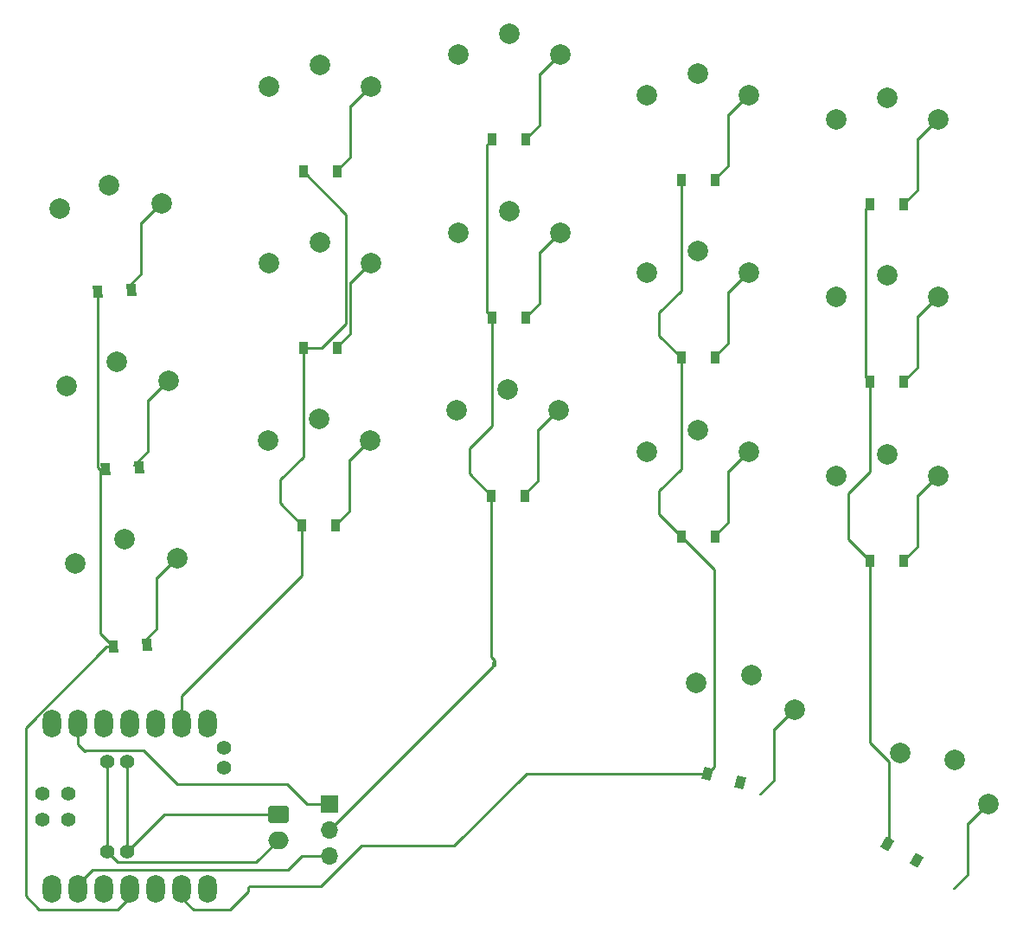
<source format=gbr>
%TF.GenerationSoftware,KiCad,Pcbnew,(6.0.7-1)-1*%
%TF.CreationDate,2022-11-03T20:53:44+08:00*%
%TF.ProjectId,kiai,6b696169-2e6b-4696-9361-645f70636258,rev?*%
%TF.SameCoordinates,Original*%
%TF.FileFunction,Copper,L1,Top*%
%TF.FilePolarity,Positive*%
%FSLAX46Y46*%
G04 Gerber Fmt 4.6, Leading zero omitted, Abs format (unit mm)*
G04 Created by KiCad (PCBNEW (6.0.7-1)-1) date 2022-11-03 20:53:44*
%MOMM*%
%LPD*%
G01*
G04 APERTURE LIST*
G04 Aperture macros list*
%AMRoundRect*
0 Rectangle with rounded corners*
0 $1 Rounding radius*
0 $2 $3 $4 $5 $6 $7 $8 $9 X,Y pos of 4 corners*
0 Add a 4 corners polygon primitive as box body*
4,1,4,$2,$3,$4,$5,$6,$7,$8,$9,$2,$3,0*
0 Add four circle primitives for the rounded corners*
1,1,$1+$1,$2,$3*
1,1,$1+$1,$4,$5*
1,1,$1+$1,$6,$7*
1,1,$1+$1,$8,$9*
0 Add four rect primitives between the rounded corners*
20,1,$1+$1,$2,$3,$4,$5,0*
20,1,$1+$1,$4,$5,$6,$7,0*
20,1,$1+$1,$6,$7,$8,$9,0*
20,1,$1+$1,$8,$9,$2,$3,0*%
%AMRotRect*
0 Rectangle, with rotation*
0 The origin of the aperture is its center*
0 $1 length*
0 $2 width*
0 $3 Rotation angle, in degrees counterclockwise*
0 Add horizontal line*
21,1,$1,$2,0,0,$3*%
%AMFreePoly0*
4,1,50,0.004851,0.125700,0.009301,0.126658,0.029410,0.119120,0.057435,0.111610,0.063500,0.109985,0.069329,0.104156,0.076254,0.101560,0.089017,0.084468,0.109985,0.063500,0.112957,0.052407,0.119035,0.044268,0.120434,0.024505,0.127000,0.000000,0.123179,-0.014260,0.124085,-0.027055,0.115579,-0.042624,0.109985,-0.063500,0.097173,-0.076312,0.089802,-0.089803,-1.873000,-2.052606,
-1.873000,-6.950000,-1.876246,-6.972385,-1.875915,-6.977055,-1.877287,-6.979566,-1.878230,-6.986070,-1.895197,-7.012347,-1.910198,-7.039803,-3.260197,-8.389803,-3.289401,-8.411610,-3.359301,-8.426658,-3.426254,-8.401560,-3.469035,-8.344268,-3.474085,-8.272945,-3.439803,-8.210197,-2.127000,-6.897395,-2.127000,-2.000000,-2.123754,-1.977615,-2.124085,-1.972945,-2.122713,-1.970434,-2.121770,-1.963930,
-2.104806,-1.937658,-2.089803,-1.910197,-0.089803,0.089802,-0.065637,0.107848,-0.063500,0.109985,-0.062369,0.110288,-0.060599,0.111610,-0.044515,0.115072,0.000000,0.127000,0.004851,0.125700,0.004851,0.125700,$1*%
G04 Aperture macros list end*
%TA.AperFunction,ComponentPad*%
%ADD10R,1.700000X1.700000*%
%TD*%
%TA.AperFunction,ComponentPad*%
%ADD11O,1.700000X1.700000*%
%TD*%
%TA.AperFunction,ComponentPad*%
%ADD12C,2.000000*%
%TD*%
%TA.AperFunction,ComponentPad*%
%ADD13R,0.900000X1.200000*%
%TD*%
%TA.AperFunction,SMDPad,CuDef*%
%ADD14FreePoly0,0.000000*%
%TD*%
%TA.AperFunction,ComponentPad*%
%ADD15O,1.800000X2.750000*%
%TD*%
%TA.AperFunction,ComponentPad*%
%ADD16C,1.397000*%
%TD*%
%TA.AperFunction,ComponentPad*%
%ADD17RotRect,0.900000X1.200000X3.000000*%
%TD*%
%TA.AperFunction,SMDPad,CuDef*%
%ADD18FreePoly0,3.000000*%
%TD*%
%TA.AperFunction,ComponentPad*%
%ADD19RotRect,0.900000X1.200000X345.000000*%
%TD*%
%TA.AperFunction,SMDPad,CuDef*%
%ADD20FreePoly0,345.000000*%
%TD*%
%TA.AperFunction,ComponentPad*%
%ADD21RotRect,0.900000X1.200000X330.000000*%
%TD*%
%TA.AperFunction,SMDPad,CuDef*%
%ADD22FreePoly0,330.000000*%
%TD*%
%TA.AperFunction,ComponentPad*%
%ADD23RoundRect,0.250000X-0.750000X0.600000X-0.750000X-0.600000X0.750000X-0.600000X0.750000X0.600000X0*%
%TD*%
%TA.AperFunction,ComponentPad*%
%ADD24O,2.000000X1.700000*%
%TD*%
%TA.AperFunction,Conductor*%
%ADD25C,0.250000*%
%TD*%
G04 APERTURE END LIST*
D10*
%TO.P,GD1,1*%
%TO.N,/Col5A*%
X126100000Y2000000D03*
D11*
%TO.P,GD1,2*%
%TO.N,/Col 5*%
X126100000Y-540000D03*
%TO.P,GD1,3*%
%TO.N,/Col 5B*%
X126100000Y-3080000D03*
%TD*%
D12*
%TO.P,K15,1*%
%TO.N,/Row 1*%
X143600000Y42600000D03*
D13*
%TO.P,K15,2*%
%TO.N,/Col 5*%
X141950000Y32200000D03*
%TO.P,K15,3*%
%TO.N,N/C*%
X145250000Y32200000D03*
D12*
X148600000Y40500000D03*
D14*
X148600000Y40500000D03*
D12*
X138600000Y40500000D03*
%TD*%
%TO.P,K3,1*%
%TO.N,/Row 3*%
X162200000Y56084000D03*
D13*
%TO.P,K3,2*%
%TO.N,/Col 1*%
X160550000Y45684000D03*
%TO.P,K3,3*%
%TO.N,N/C*%
X163850000Y45684000D03*
D12*
X167200000Y53984000D03*
D14*
X167200000Y53984000D03*
D12*
X157200000Y53984000D03*
%TD*%
%TO.P,K1,1*%
%TO.N,/Row 1*%
X162200000Y38600000D03*
D13*
%TO.P,K1,2*%
%TO.N,/Col 1*%
X160550000Y28200000D03*
D12*
%TO.P,K1,3*%
%TO.N,N/C*%
X167200000Y36500000D03*
D13*
X163850000Y28200000D03*
D12*
X157200000Y36500000D03*
D14*
X167200000Y36500000D03*
%TD*%
D15*
%TO.P,U1,1,A2/0.02_H*%
%TO.N,unconnected-(U1-Pad1)*%
X98980000Y-6295000D03*
%TO.P,U1,2,A4/0.03_H*%
%TO.N,/Col 5B*%
X101520000Y-6295000D03*
%TO.P,U1,3,A10/0.28*%
%TO.N,unconnected-(U1-Pad3)*%
X104060000Y-6295000D03*
%TO.P,U1,4,A11/0.29*%
%TO.N,/Col 4*%
X106600000Y-6295000D03*
%TO.P,U1,5,A8_SDA/0.04_H*%
%TO.N,/Row 4*%
X109140000Y-6295000D03*
%TO.P,U1,6,A9_SCL/0.05_H*%
%TO.N,/Col 1*%
X111680000Y-6295000D03*
%TO.P,U1,7,B8_TX/1.11*%
%TO.N,/Row 2*%
X114220000Y-6295000D03*
%TO.P,U1,8,B9_RX/1.12*%
%TO.N,/Row 1*%
X114220000Y9895000D03*
%TO.P,U1,9,A7_SCK/1.13*%
%TO.N,/Col 3*%
X111680000Y9895000D03*
%TO.P,U1,10,A5_MISO/1.14*%
%TO.N,/Row 3*%
X109140000Y9895000D03*
%TO.P,U1,11,A6_MOSI/1.15*%
%TO.N,/Col 2*%
X106600000Y9895000D03*
%TO.P,U1,12,3V3*%
%TO.N,unconnected-(U1-Pad12)*%
X104060000Y9895000D03*
%TO.P,U1,13,GND*%
%TO.N,/Col5A*%
X101520000Y9895000D03*
%TO.P,U1,14,5V*%
%TO.N,unconnected-(U1-Pad14)*%
X98980000Y9895000D03*
D16*
%TO.P,U1,15,A31_SWDIO*%
%TO.N,unconnected-(U1-Pad15)*%
X98028000Y530000D03*
%TO.P,U1,16,A30_SWCLK*%
%TO.N,unconnected-(U1-Pad16)*%
X98028000Y3070000D03*
%TO.P,U1,17,RESET*%
%TO.N,unconnected-(U1-Pad17)*%
X100568000Y530000D03*
%TO.P,U1,18,GND*%
%TO.N,GND*%
X100568000Y3070000D03*
%TO.P,U1,19,BAT*%
%TO.N,Net-(BT1-Pad1)*%
X106283000Y-2645000D03*
X106300000Y6200000D03*
%TO.P,U1,20,GND*%
%TO.N,Net-(BT1-Pad2)*%
X104378000Y-2645000D03*
X104395000Y6200000D03*
%TO.P,U1,21,NFC1/0.09_H*%
%TO.N,unconnected-(U1-Pad21)*%
X115808000Y5610000D03*
%TO.P,U1,22,NFC2/0.10_H*%
%TO.N,unconnected-(U1-Pad22)*%
X115808000Y7515000D03*
%TD*%
D12*
%TO.P,K11,1*%
%TO.N,/Row 3*%
X125200000Y57000000D03*
D13*
%TO.P,K11,2*%
%TO.N,/Col 3*%
X123550000Y46600000D03*
D12*
%TO.P,K11,3*%
%TO.N,N/C*%
X130200000Y54900000D03*
D14*
X130200000Y54900000D03*
D12*
X120200000Y54900000D03*
D13*
X126850000Y46600000D03*
%TD*%
D12*
%TO.P,K13,1*%
%TO.N,/Row 2*%
X104555706Y62585747D03*
D17*
%TO.P,K13,2*%
%TO.N,/Col 4*%
X103452261Y52113646D03*
D18*
%TO.P,K13,3*%
%TO.N,N/C*%
X109658759Y60750305D03*
D12*
X109658759Y60750305D03*
D17*
X106747739Y52286354D03*
D12*
X99672464Y60226945D03*
%TD*%
%TO.P,K6,1*%
%TO.N,/Row 2*%
X180700000Y71100000D03*
D13*
%TO.P,K6,2*%
%TO.N,/Col 2*%
X179050000Y60700000D03*
D12*
%TO.P,K6,3*%
%TO.N,N/C*%
X185700000Y69000000D03*
D13*
X182350000Y60700000D03*
D12*
X175700000Y69000000D03*
D14*
X185700000Y69000000D03*
%TD*%
D12*
%TO.P,K12,1*%
%TO.N,/Row 1*%
X106091218Y27902871D03*
D17*
%TO.P,K12,2*%
%TO.N,/Col 4*%
X104987773Y17430770D03*
D18*
%TO.P,K12,3*%
%TO.N,N/C*%
X111194271Y26067429D03*
D17*
X108283251Y17603478D03*
D12*
X111194271Y26067429D03*
X101207976Y25544069D03*
%TD*%
%TO.P,K5,1*%
%TO.N,/Row 1*%
X180700000Y36200000D03*
D13*
%TO.P,K5,2*%
%TO.N,/Col 2*%
X179050000Y25800000D03*
D12*
%TO.P,K5,3*%
%TO.N,N/C*%
X185700000Y34100000D03*
D14*
X185700000Y34100000D03*
D12*
X175700000Y34100000D03*
D13*
X182350000Y25800000D03*
%TD*%
D12*
%TO.P,K16,1*%
%TO.N,/Row 2*%
X143700000Y77400000D03*
D13*
%TO.P,K16,2*%
%TO.N,/Col 5*%
X142050000Y67000000D03*
%TO.P,K16,3*%
%TO.N,N/C*%
X145350000Y67000000D03*
D12*
X138700000Y75300000D03*
X148700000Y75300000D03*
D14*
X148700000Y75300000D03*
%TD*%
D12*
%TO.P,K2,1*%
%TO.N,/Row 2*%
X162200000Y73500000D03*
D13*
%TO.P,K2,2*%
%TO.N,/Col 1*%
X160550000Y63100000D03*
D12*
%TO.P,K2,3*%
%TO.N,N/C*%
X167200000Y71400000D03*
D14*
X167200000Y71400000D03*
D12*
X157200000Y71400000D03*
D13*
X163850000Y63100000D03*
%TD*%
D12*
%TO.P,K4,1*%
%TO.N,/Row 4*%
X167427033Y14598962D03*
D19*
%TO.P,K4,2*%
%TO.N,/Col 1*%
X163141537Y4980384D03*
%TO.P,K4,3*%
%TO.N,N/C*%
X166329093Y4126282D03*
D20*
X171713142Y11276422D03*
D12*
X171713142Y11276422D03*
X162053884Y13864613D03*
%TD*%
%TO.P,K17,1*%
%TO.N,/Row 3*%
X143700000Y60000000D03*
D13*
%TO.P,K17,2*%
%TO.N,/Col 5*%
X142050000Y49600000D03*
D12*
%TO.P,K17,3*%
%TO.N,N/C*%
X138700000Y57900000D03*
D14*
X148700000Y57900000D03*
D13*
X145350000Y49600000D03*
D12*
X148700000Y57900000D03*
%TD*%
%TO.P,K10,1*%
%TO.N,/Row 2*%
X125200000Y74300000D03*
D13*
%TO.P,K10,2*%
%TO.N,/Col 3*%
X123550000Y63900000D03*
D14*
%TO.P,K10,3*%
%TO.N,N/C*%
X130200000Y72200000D03*
D12*
X130200000Y72200000D03*
D13*
X126850000Y63900000D03*
D12*
X120200000Y72200000D03*
%TD*%
%TO.P,K9,1*%
%TO.N,/Row 1*%
X125100000Y39700000D03*
D13*
%TO.P,K9,2*%
%TO.N,/Col 3*%
X123450000Y29300000D03*
D14*
%TO.P,K9,3*%
%TO.N,N/C*%
X130100000Y37600000D03*
D12*
X120100000Y37600000D03*
X130100000Y37600000D03*
D13*
X126750000Y29300000D03*
%TD*%
D12*
%TO.P,K14,1*%
%TO.N,/Row 3*%
X105291218Y45291914D03*
D17*
%TO.P,K14,2*%
%TO.N,/Col 4*%
X104187773Y34819813D03*
D12*
%TO.P,K14,3*%
%TO.N,N/C*%
X100407976Y42933112D03*
X110394271Y43456472D03*
D17*
X107483251Y34992521D03*
D18*
X110394271Y43456472D03*
%TD*%
D12*
%TO.P,K8,1*%
%TO.N,/Row 4*%
X187350001Y6309550D03*
D21*
%TO.P,K8,2*%
%TO.N,/Col 2*%
X180721059Y-1872114D03*
D22*
%TO.P,K8,3*%
%TO.N,N/C*%
X190630128Y1990897D03*
D21*
X183578943Y-3522114D03*
D12*
X181969874Y6990897D03*
X190630128Y1990897D03*
%TD*%
D23*
%TO.P,BT1,1,+*%
%TO.N,Net-(BT1-Pad1)*%
X121100000Y1000000D03*
D24*
%TO.P,BT1,2,-*%
%TO.N,Net-(BT1-Pad2)*%
X121100000Y-1500000D03*
%TD*%
D12*
%TO.P,K7,1*%
%TO.N,/Row 3*%
X180700000Y53756000D03*
D13*
%TO.P,K7,2*%
%TO.N,/Col 2*%
X179050000Y43356000D03*
D12*
%TO.P,K7,3*%
%TO.N,N/C*%
X175700000Y51656000D03*
X185700000Y51656000D03*
D13*
X182350000Y43356000D03*
D14*
X185700000Y51656000D03*
%TD*%
D25*
%TO.N,/Col 1*%
X129250000Y-2050000D02*
X125700000Y-5600000D01*
X116400000Y-8300000D02*
X118200000Y-6500000D01*
X118200000Y-6500000D02*
X118200000Y-6100000D01*
X111680000Y-5820000D02*
X111680000Y-7180000D01*
X111680000Y-7180000D02*
X112800000Y-8300000D01*
X125300000Y-6000000D02*
X125700000Y-5600000D01*
X112800000Y-8300000D02*
X116400000Y-8300000D01*
X118200000Y-6100000D02*
X118300000Y-6000000D01*
X118300000Y-6000000D02*
X125300000Y-6000000D01*
X163141537Y4980384D02*
X145419616Y4980384D01*
X145400000Y5000000D02*
X138350000Y-2050000D01*
X145419616Y4980384D02*
X145400000Y5000000D01*
X138350000Y-2050000D02*
X129250000Y-2050000D01*
%TO.N,/Col 5B*%
X122100000Y-4400000D02*
X123420000Y-3080000D01*
X123420000Y-3080000D02*
X126100000Y-3080000D01*
%TO.N,/Col 5*%
X141950000Y16450000D02*
X142300000Y16100000D01*
X142300000Y15900000D02*
X142300000Y15600000D01*
X142300000Y16100000D02*
X142300000Y15900000D01*
X126100000Y-540000D02*
X142100000Y15460000D01*
X142100000Y15460000D02*
X142100000Y15900000D01*
%TO.N,/Col5A*%
X121941071Y3958929D02*
X123900000Y2000000D01*
X123900000Y2000000D02*
X126100000Y2000000D01*
%TO.N,/Col 3*%
X111680000Y9420000D02*
X111680000Y12580000D01*
X111680000Y12580000D02*
X123450000Y24350000D01*
X123450000Y24350000D02*
X123450000Y29300000D01*
%TO.N,/Col 5*%
X141950000Y32200000D02*
X141950000Y16450000D01*
%TO.N,/Col 4*%
X96376929Y-6976929D02*
X97700000Y-8300000D01*
X97700000Y-8300000D02*
X105400000Y-8300000D01*
X96376929Y9499341D02*
X96376929Y-6976929D01*
X104308358Y17430770D02*
X96376929Y9499341D01*
X106600000Y-7100000D02*
X106600000Y-5820000D01*
X104987773Y17430770D02*
X104308358Y17430770D01*
X105400000Y-8300000D02*
X106600000Y-7100000D01*
X103452261Y52113646D02*
X103452261Y34947739D01*
X103452261Y34947739D02*
X103700000Y34700000D01*
X103700000Y34700000D02*
X103700000Y18718543D01*
X103700000Y18718543D02*
X104987773Y17430770D01*
%TO.N,/Col5A*%
X121941071Y3958929D02*
X111241071Y3958929D01*
X111241071Y3958929D02*
X107900000Y7300000D01*
X107900000Y7300000D02*
X102300000Y7300000D01*
X102300000Y7300000D02*
X102200000Y7200000D01*
X102200000Y7200000D02*
X101520000Y7880000D01*
X101520000Y7880000D02*
X101520000Y9420000D01*
%TO.N,/Col 5B*%
X122100000Y-4400000D02*
X102940000Y-4400000D01*
X102940000Y-4400000D02*
X101520000Y-5820000D01*
%TO.N,Net-(BT1-Pad2)*%
X104378000Y-2645000D02*
X105401500Y-3668500D01*
X105401500Y-3668500D02*
X118931500Y-3668500D01*
X118931500Y-3668500D02*
X121100000Y-1500000D01*
%TO.N,Net-(BT1-Pad1)*%
X106283000Y-2645000D02*
X109928000Y1000000D01*
X109928000Y1000000D02*
X121100000Y1000000D01*
X106283000Y-2645000D02*
X106283000Y6183000D01*
X106283000Y6183000D02*
X106300000Y6200000D01*
%TO.N,Net-(BT1-Pad2)*%
X104395000Y6200000D02*
X104395000Y-2628000D01*
X104395000Y-2628000D02*
X104378000Y-2645000D01*
%TO.N,/Col 3*%
X123550000Y46600000D02*
X125323001Y46600000D01*
X125323001Y46600000D02*
X127748000Y49024999D01*
X127748000Y49024999D02*
X127748000Y59702000D01*
X127748000Y59702000D02*
X123550000Y63900000D01*
X123450000Y29300000D02*
X121306013Y31443987D01*
X121306013Y33731014D02*
X123550000Y35975001D01*
X121306013Y31443987D02*
X121306013Y33731014D01*
X123550000Y35975001D02*
X123550000Y46600000D01*
%TO.N,/Col 5*%
X141950000Y32200000D02*
X139806013Y34343987D01*
X139806013Y34343987D02*
X139806013Y36781014D01*
X139806013Y36781014D02*
X142050000Y39025001D01*
X142050000Y39025001D02*
X142050000Y49600000D01*
X142050000Y49600000D02*
X141500000Y50150000D01*
X141500000Y50150000D02*
X141500000Y66450000D01*
X141500000Y66450000D02*
X142050000Y67000000D01*
%TO.N,/Col 1*%
X160550000Y45684000D02*
X158406013Y47827987D01*
X158406013Y47827987D02*
X158406013Y50115014D01*
X160550000Y52259001D02*
X160550000Y63100000D01*
X158406013Y50115014D02*
X160550000Y52259001D01*
X160550000Y28200000D02*
X158406013Y30343987D01*
X158406013Y32631014D02*
X160550000Y34775001D01*
X158406013Y30343987D02*
X158406013Y32631014D01*
X160550000Y34775001D02*
X160550000Y45684000D01*
X163141537Y4980384D02*
X163816392Y5655239D01*
X163816392Y24933608D02*
X160550000Y28200000D01*
X163816392Y5655239D02*
X163816392Y24933608D01*
%TO.N,/Col 2*%
X179050000Y25800000D02*
X179050000Y8001686D01*
X179050000Y8001686D02*
X180861862Y6189824D01*
X180861862Y-1731311D02*
X180721059Y-1872114D01*
X180861862Y6189824D02*
X180861862Y-1731311D01*
X179050000Y43356000D02*
X179050000Y34518988D01*
X179050000Y34518988D02*
X176906013Y32375001D01*
X176906013Y32375001D02*
X176906013Y27943987D01*
X176906013Y27943987D02*
X179050000Y25800000D01*
X179050000Y60700000D02*
X178624999Y60274999D01*
X178624999Y60274999D02*
X178624999Y43781001D01*
X178624999Y43781001D02*
X179050000Y43356000D01*
%TD*%
M02*

</source>
